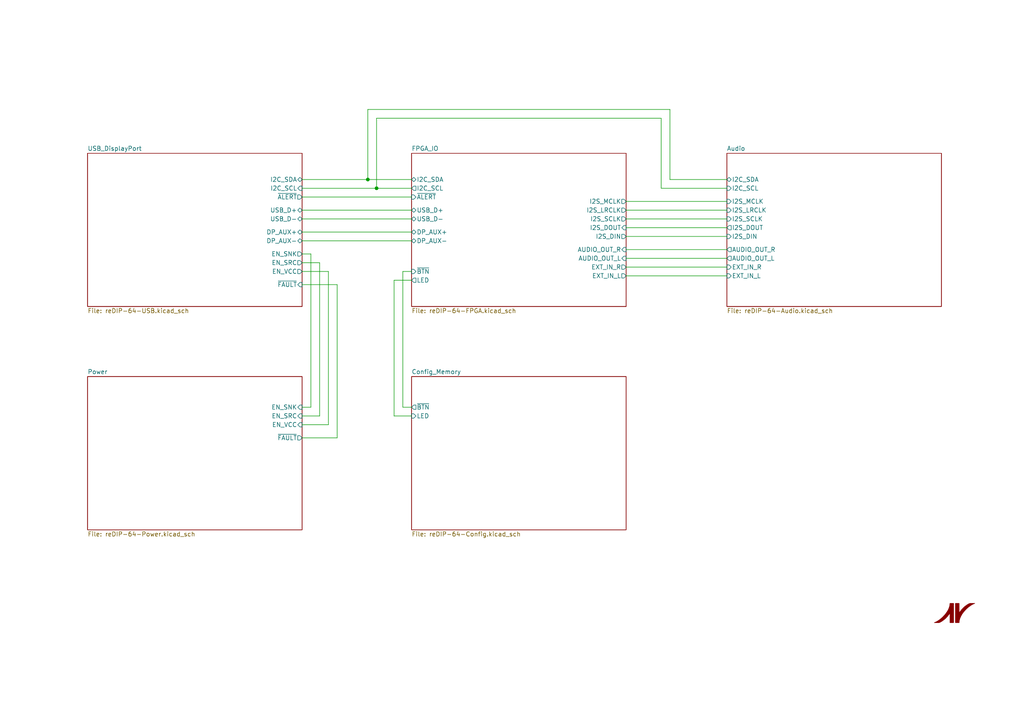
<source format=kicad_sch>
(kicad_sch (version 20211123) (generator eeschema)
  (paper "A4")
  (title_block (title "reDIP 64") (date "2022-04-14") (rev "1.0") (company "Nimrod") (comment 1 "© 2021-2022 Dag Lem") (comment 2 "Licensed under CERN-OHL-S v2 (https://ohwr.org/cern_ohl_s_v2.txt)"))
  (lib_symbols
    (symbol "reDIP:Nimrod-Logo-N" (pin_names (offset 1.016))
      (property "Reference" "#LOGO" (at 0 -1.27 0))
      (property "Value" "Nimrod-Logo-N" (at 0 1.27 0))
      (symbol "Nimrod-Logo-N_0_1"
        (polyline (pts (xy -1.3208 2.794) (xy -1.3208 2.7686) (xy -1.3462 2.5654) (xy -1.3716 2.3622) (xy -1.397 2.159) (xy -1.4478 1.9558) (xy -1.4986 1.7526) (xy -1.5748 1.5494) (xy -1.651 1.3462) (xy -1.7272 1.143) (xy -1.8288 0.9398) (xy -1.9304 0.7366) (xy -2.0574 0.5334) (xy -2.1844 0.3302) (xy -2.3114 0.1524) (xy -2.4384 -0.0508) (xy -2.5908 -0.2286) (xy -2.7178 -0.4064) (xy -2.8702 -0.5842) (xy -3.048 -0.762) (xy -3.2004 -0.9398) (xy -3.3528 -1.0922) (xy -3.5306 -1.27) (xy -3.7084 -1.4224) (xy -3.8608 -1.5748) (xy -4.0386 -1.7018) (xy -4.2164 -1.8542) (xy -4.3942 -1.9812) (xy -4.572 -2.1082) (xy -4.7244 -2.2098) (xy -4.9022 -2.3368) (xy -5.08 -2.4384) (xy -5.2324 -2.5146) (xy -5.4102 -2.6162) (xy -5.5626 -2.667) (xy -5.715 -2.7432) (xy -5.8674 -2.794) (xy -5.7912 -2.794) (xy -5.588 -2.794) (xy -5.3086 -2.794) (xy -5.0038 -2.794) (xy -4.7498 -2.794) (xy -4.5466 -2.794) (xy -4.4704 -2.794) (xy -4.2926 -2.7178) (xy -4.1148 -2.6416) (xy -3.937 -2.54) (xy -3.7592 -2.4384) (xy -3.5814 -2.3114) (xy -3.4036 -2.1844) (xy -3.2258 -2.0574) (xy -3.048 -1.9304) (xy -2.8702 -1.778) (xy -2.6924 -1.6256) (xy -2.5146 -1.4732) (xy -2.3622 -1.2954) (xy -2.2098 -1.1176) (xy -2.032 -0.9398) (xy -1.8796 -0.762) (xy -1.7526 -0.5588) (xy -1.6002 -0.381) (xy -1.4732 -0.1778) (xy -1.3208 0.0254) (xy -1.3208 -2.794) (xy -0.2794 -2.794) (xy -0.2794 2.794) (xy -1.3208 2.794)) (fill (type outline)))
        (polyline (pts (xy 4.445 2.794) (xy 4.2672 2.7178) (xy 4.0894 2.6416) (xy 3.9116 2.54) (xy 3.7338 2.4384) (xy 3.556 2.3114) (xy 3.3782 2.1844) (xy 3.2004 2.0574) (xy 3.0226 1.9304) (xy 2.8448 1.778) (xy 2.6924 1.6256) (xy 2.5146 1.4732) (xy 2.3622 1.2954) (xy 2.1844 1.1176) (xy 2.032 0.9398) (xy 1.8796 0.762) (xy 1.7272 0.5588) (xy 1.6002 0.381) (xy 1.4478 0.1778) (xy 1.3208 -0.0254) (xy 1.3208 2.794) (xy 0.254 2.794) (xy 0.254 -2.794) (xy 1.3208 -2.794) (xy 1.3208 -2.7686) (xy 1.3462 -2.5654) (xy 1.3462 -2.3622) (xy 1.397 -2.159) (xy 1.4478 -1.9558) (xy 1.4986 -1.7526) (xy 1.5494 -1.5494) (xy 1.651 -1.3462) (xy 1.7272 -1.143) (xy 1.8288 -0.9398) (xy 1.9304 -0.7366) (xy 2.0574 -0.5334) (xy 2.159 -0.3302) (xy 2.286 -0.1524) (xy 2.4384 0.0508) (xy 2.5654 0.2286) (xy 2.7178 0.4064) (xy 2.8702 0.5842) (xy 3.0226 0.762) (xy 3.2004 0.9398) (xy 3.3528 1.1176) (xy 3.5306 1.27) (xy 3.683 1.4224) (xy 3.8608 1.5748) (xy 4.0386 1.7272) (xy 4.2164 1.8542) (xy 4.3942 1.9812) (xy 4.572 2.1082) (xy 4.7244 2.2098) (xy 4.9022 2.3368) (xy 5.08 2.4384) (xy 5.2324 2.5146) (xy 5.4102 2.6162) (xy 5.5626 2.667) (xy 5.715 2.7432) (xy 5.8674 2.794) (xy 5.7912 2.794) (xy 5.588 2.794) (xy 5.3086 2.794) (xy 5.0038 2.794) (xy 4.7244 2.794) (xy 4.5212 2.794) (xy 4.445 2.794)) (fill (type outline)))
      )
    )
  )
  (junction (at 109.22 54.61) (diameter 0.9144))
  (junction (at 106.68 52.07) (diameter 0.9144))
  (wire (pts (xy 87.63 63.5) (xy 119.38 63.5)))
  (wire (pts (xy 87.63 52.07) (xy 106.68 52.07)))
  (wire (pts (xy 87.63 60.96) (xy 119.38 60.96)))
  (wire (pts (xy 191.77 54.61) (xy 210.82 54.61)))
  (wire (pts (xy 97.79 82.55) (xy 87.63 82.55)))
  (wire (pts (xy 181.61 66.04) (xy 210.82 66.04)))
  (wire (pts (xy 181.61 72.39) (xy 210.82 72.39)))
  (wire (pts (xy 194.31 52.07) (xy 210.82 52.07)))
  (wire (pts (xy 87.63 67.31) (xy 119.38 67.31)))
  (wire (pts (xy 106.68 52.07) (xy 106.68 31.75)))
  (wire (pts (xy 116.84 78.74) (xy 116.84 118.11)))
  (wire (pts (xy 92.71 120.65) (xy 87.63 120.65)))
  (wire (pts (xy 87.63 78.74) (xy 95.25 78.74)))
  (wire (pts (xy 194.31 31.75) (xy 194.31 52.07)))
  (wire (pts (xy 119.38 81.28) (xy 114.3 81.28)))
  (wire (pts (xy 114.3 81.28) (xy 114.3 120.65)))
  (wire (pts (xy 106.68 31.75) (xy 194.31 31.75)))
  (wire (pts (xy 181.61 60.96) (xy 210.82 60.96)))
  (wire (pts (xy 95.25 78.74) (xy 95.25 123.19)))
  (wire (pts (xy 119.38 78.74) (xy 116.84 78.74)))
  (wire (pts (xy 191.77 34.29) (xy 191.77 54.61)))
  (wire (pts (xy 95.25 123.19) (xy 87.63 123.19)))
  (wire (pts (xy 114.3 120.65) (xy 119.38 120.65)))
  (wire (pts (xy 92.71 76.2) (xy 87.63 76.2)))
  (wire (pts (xy 90.17 118.11) (xy 87.63 118.11)))
  (wire (pts (xy 90.17 73.66) (xy 87.63 73.66)))
  (wire (pts (xy 97.79 82.55) (xy 97.79 127)))
  (wire (pts (xy 181.61 68.58) (xy 210.82 68.58)))
  (wire (pts (xy 109.22 54.61) (xy 119.38 54.61)))
  (wire (pts (xy 181.61 58.42) (xy 210.82 58.42)))
  (wire (pts (xy 97.79 127) (xy 87.63 127)))
  (wire (pts (xy 87.63 57.15) (xy 119.38 57.15)))
  (wire (pts (xy 109.22 34.29) (xy 191.77 34.29)))
  (wire (pts (xy 181.61 63.5) (xy 210.82 63.5)))
  (wire (pts (xy 87.63 54.61) (xy 109.22 54.61)))
  (wire (pts (xy 181.61 74.93) (xy 210.82 74.93)))
  (wire (pts (xy 116.84 118.11) (xy 119.38 118.11)))
  (wire (pts (xy 90.17 73.66) (xy 90.17 118.11)))
  (wire (pts (xy 181.61 80.01) (xy 210.82 80.01)))
  (wire (pts (xy 109.22 54.61) (xy 109.22 34.29)))
  (wire (pts (xy 87.63 69.85) (xy 119.38 69.85)))
  (wire (pts (xy 92.71 76.2) (xy 92.71 120.65)))
  (wire (pts (xy 181.61 77.47) (xy 210.82 77.47)))
  (wire (pts (xy 106.68 52.07) (xy 119.38 52.07)))
  (symbol (lib_id "reDIP:Nimrod-Logo-N") (at 276.86 177.8 0) (unit 1)
    (property "Reference" "#LOGO1" (effects hide))
    (property "Value" "Nimrod-Logo-N" (effects hide))
  )
  (sheet (at 25.4 44.45) (size 62.23 44.45)
    (property "Sheet name" "USB_DisplayPort" (at 25.4 43.8145 0) (effects (justify left bottom)))
    (property "Sheet file" "reDIP-64-USB.kicad_sch" (at 25.4 89.4085 0) (effects (justify left top)))
    (pin "I2C_SDA" bidirectional (at 87.63 52.07 0))
    (pin "I2C_SCL" input (at 87.63 54.61 0))
    (pin "~{ALERT}" output (at 87.63 57.15 0))
    (pin "USB_D+" bidirectional (at 87.63 60.96 0))
    (pin "USB_D-" bidirectional (at 87.63 63.5 0))
    (pin "DP_AUX+" bidirectional (at 87.63 67.31 0))
    (pin "DP_AUX-" bidirectional (at 87.63 69.85 0))
    (pin "~{FAULT}" input (at 87.63 82.55 0))
    (pin "EN_SNK" output (at 87.63 73.66 0))
    (pin "EN_SRC" output (at 87.63 76.2 0))
    (pin "EN_VCC" output (at 87.63 78.74 0))
  )
  (sheet (at 25.4 109.22) (size 62.23 44.45)
    (property "Sheet name" "Power" (at 25.4 108.5845 0) (effects (justify left bottom)))
    (property "Sheet file" "reDIP-64-Power.kicad_sch" (at 25.4 154.1785 0) (effects (justify left top)))
    (pin "~{FAULT}" output (at 87.63 127 0))
    (pin "EN_SNK" input (at 87.63 118.11 0))
    (pin "EN_SRC" input (at 87.63 120.65 0))
    (pin "EN_VCC" input (at 87.63 123.19 0))
  )
  (sheet (at 119.38 44.45) (size 62.23 44.45)
    (property "Sheet name" "FPGA_IO" (at 119.38 43.8145 0) (effects (justify left bottom)))
    (property "Sheet file" "reDIP-64-FPGA.kicad_sch" (at 119.38 89.4085 0) (effects (justify left top)))
    (pin "I2C_SDA" bidirectional (at 119.38 52.07 180))
    (pin "I2C_SCL" output (at 119.38 54.61 180))
    (pin "~{ALERT}" input (at 119.38 57.15 180))
    (pin "USB_D+" bidirectional (at 119.38 60.96 180))
    (pin "USB_D-" bidirectional (at 119.38 63.5 180))
    (pin "DP_AUX+" bidirectional (at 119.38 67.31 180))
    (pin "DP_AUX-" bidirectional (at 119.38 69.85 180))
    (pin "I2S_MCLK" output (at 181.61 58.42 0))
    (pin "I2S_LRCLK" output (at 181.61 60.96 0))
    (pin "I2S_SCLK" output (at 181.61 63.5 0))
    (pin "I2S_DOUT" input (at 181.61 66.04 0))
    (pin "I2S_DIN" output (at 181.61 68.58 0))
    (pin "AUDIO_OUT_R" input (at 181.61 72.39 0))
    (pin "AUDIO_OUT_L" input (at 181.61 74.93 0))
    (pin "EXT_IN_R" output (at 181.61 77.47 0))
    (pin "EXT_IN_L" output (at 181.61 80.01 0))
    (pin "LED" output (at 119.38 81.28 180))
    (pin "~{BTN}" input (at 119.38 78.74 180))
  )
  (sheet (at 210.82 44.45) (size 62.23 44.45)
    (property "Sheet name" "Audio" (at 210.82 43.8145 0) (effects (justify left bottom)))
    (property "Sheet file" "reDIP-64-Audio.kicad_sch" (at 210.82 89.4085 0) (effects (justify left top)))
    (pin "I2C_SDA" bidirectional (at 210.82 52.07 180))
    (pin "I2C_SCL" input (at 210.82 54.61 180))
    (pin "I2S_MCLK" input (at 210.82 58.42 180))
    (pin "I2S_LRCLK" input (at 210.82 60.96 180))
    (pin "I2S_SCLK" input (at 210.82 63.5 180))
    (pin "I2S_DOUT" output (at 210.82 66.04 180))
    (pin "I2S_DIN" input (at 210.82 68.58 180))
    (pin "AUDIO_OUT_R" output (at 210.82 72.39 180))
    (pin "AUDIO_OUT_L" output (at 210.82 74.93 180))
    (pin "EXT_IN_R" input (at 210.82 77.47 180))
    (pin "EXT_IN_L" input (at 210.82 80.01 180))
  )
  (sheet (at 119.38 109.22) (size 62.23 44.45)
    (property "Sheet name" "Config_Memory" (at 119.38 108.5845 0) (effects (justify left bottom)))
    (property "Sheet file" "reDIP-64-Config.kicad_sch" (at 119.38 154.1785 0) (effects (justify left top)))
    (pin "LED" input (at 119.38 120.65 180))
    (pin "~{BTN}" output (at 119.38 118.11 180))
  )
)
</source>
